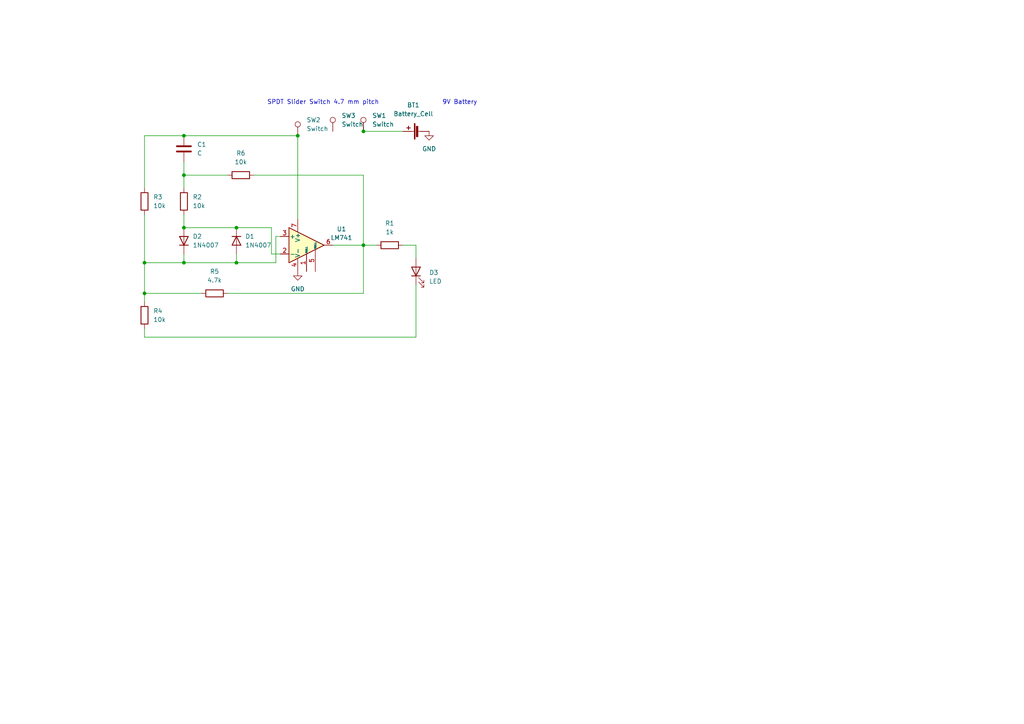
<source format=kicad_sch>
(kicad_sch (version 20211123) (generator eeschema)
  (paper "A4")
  (lib_symbols
    (symbol "Amplifier_Operational:LM741" (pin_names (offset 0.127))
      (property "Reference" "U" (at 0 6.35 0))
      (property "Value" "LM741" (at 0 3.81 0))
      (symbol "LM741_0_1"
        (polyline (pts (xy -5.08 5.08) (xy 5.08 0) (xy -5.08 -5.08) (xy -5.08 5.08)) (stroke (width 0.254)) (fill (type background)))
      )
      (symbol "LM741_1_1"
        (pin input line (at 0 -7.62 90) (length 5.08) (name "NULL") (number "1"))
        (pin input line (at -7.62 -2.54 0) (length 2.54) (name "-") (number "2"))
        (pin input line (at -7.62 2.54 0) (length 2.54) (name "+") (number "3"))
        (pin power_in line (at -2.54 -7.62 90) (length 3.81) (name "V-") (number "4"))
        (pin input line (at 2.54 -7.62 90) (length 6.35) (name "NULL") (number "5"))
        (pin output line (at 7.62 0 180) (length 2.54) (name "~") (number "6"))
        (pin power_in line (at -2.54 7.62 270) (length 3.81) (name "V+") (number "7"))
        (pin no_connect line (at 0 2.54 270) (length 2.54) hide (name "NC") (number "8"))
      )
    )
    (symbol "Connector:TestPoint" (pin_numbers hide) (pin_names (offset 0.762) hide)
      (property "Reference" "TP" (at 0 6.858 0))
      (property "Value" "TestPoint" (at 0 5.08 0))
      (symbol "TestPoint_0_1"
        (circle (center 0 3.302) (radius 0.762))
      )
      (symbol "TestPoint_1_1"
        (pin passive line (at 0 0 90) (length 2.54) (name "1") (number "1"))
      )
    )
    (symbol "Device:Battery_Cell" (pin_numbers hide) (pin_names (offset 0) hide)
      (property "Reference" "BT" (at 2.54 2.54 0))
      (property "Value" "Battery_Cell" (at 2.54 0 0))
      (symbol "Battery_Cell_0_1"
        (rectangle (start -2.286 1.778) (end 2.286 1.524) (fill (type outline)))
        (rectangle (start -1.5748 1.1938) (end 1.4732 0.6858) (fill (type outline)))
        (polyline (pts (xy 0 0.762) (xy 0 0)))
        (polyline (pts (xy 0 1.778) (xy 0 2.54)))
        (polyline (pts (xy 0.508 3.429) (xy 1.524 3.429)) (stroke (width 0.254)))
        (polyline (pts (xy 1.016 3.937) (xy 1.016 2.921)) (stroke (width 0.254)))
      )
      (symbol "Battery_Cell_1_1"
        (pin passive line (at 0 5.08 270) (length 2.54) (name "+") (number "1"))
        (pin passive line (at 0 -2.54 90) (length 2.54) (name "-") (number "2"))
      )
    )
    (symbol "Device:C" (pin_numbers hide) (pin_names (offset 0.254))
      (property "Reference" "C" (at 0.635 2.54 0))
      (property "Value" "C" (at 0.635 -2.54 0))
      (symbol "C_0_1"
        (polyline (pts (xy -2.032 -0.762) (xy 2.032 -0.762)) (stroke (width 0.508)))
        (polyline (pts (xy -2.032 0.762) (xy 2.032 0.762)) (stroke (width 0.508)))
      )
      (symbol "C_1_1"
        (pin passive line (at 0 3.81 270) (length 2.794) (name "~") (number "1"))
        (pin passive line (at 0 -3.81 90) (length 2.794) (name "~") (number "2"))
      )
    )
    (symbol "Device:LED" (pin_numbers hide) (pin_names (offset 1.016) hide)
      (property "Reference" "D" (at 0 2.54 0))
      (property "Value" "LED" (at 0 -2.54 0))
      (symbol "LED_0_1"
        (polyline (pts (xy -1.27 -1.27) (xy -1.27 1.27)) (stroke (width 0.254)))
        (polyline (pts (xy -1.27 0) (xy 1.27 0)))
        (polyline (pts (xy 1.27 -1.27) (xy 1.27 1.27) (xy -1.27 0) (xy 1.27 -1.27)) (stroke (width 0.254)))
        (polyline (pts (xy -3.048 -0.762) (xy -4.572 -2.286) (xy -3.81 -2.286) (xy -4.572 -2.286) (xy -4.572 -1.524)))
        (polyline (pts (xy -1.778 -0.762) (xy -3.302 -2.286) (xy -2.54 -2.286) (xy -3.302 -2.286) (xy -3.302 -1.524)))
      )
      (symbol "LED_1_1"
        (pin passive line (at -3.81 0 0) (length 2.54) (name "K") (number "1"))
        (pin passive line (at 3.81 0 180) (length 2.54) (name "A") (number "2"))
      )
    )
    (symbol "Device:R" (pin_numbers hide) (pin_names (offset 0))
      (property "Reference" "R" (at 2.032 0 90))
      (property "Value" "R" (at 0 0 90))
      (symbol "R_0_1"
        (rectangle (start -1.016 -2.54) (end 1.016 2.54) (stroke (width 0.254)))
      )
      (symbol "R_1_1"
        (pin passive line (at 0 3.81 270) (length 1.27) (name "~") (number "1"))
        (pin passive line (at 0 -3.81 90) (length 1.27) (name "~") (number "2"))
      )
    )
    (symbol "Diode:1N4007" (pin_numbers hide) (pin_names hide)
      (property "Reference" "D" (at 0 2.54 0))
      (property "Value" "1N4007" (at 0 -2.54 0))
      (symbol "1N4007_0_1"
        (polyline (pts (xy -1.27 1.27) (xy -1.27 -1.27)) (stroke (width 0.254)))
        (polyline (pts (xy 1.27 0) (xy -1.27 0)))
        (polyline (pts (xy 1.27 1.27) (xy 1.27 -1.27) (xy -1.27 0) (xy 1.27 1.27)) (stroke (width 0.254)))
      )
      (symbol "1N4007_1_1"
        (pin passive line (at -3.81 0 0) (length 2.54) (name "K") (number "1"))
        (pin passive line (at 3.81 0 180) (length 2.54) (name "A") (number "2"))
      )
    )
    (symbol "power:GND" (power) (pin_names (offset 0))
      (property "Value" "GND" (at 0 -3.81 0))
      (symbol "GND_0_1"
        (polyline (pts (xy 0 0) (xy 0 -1.27) (xy 1.27 -1.27) (xy 0 -2.54) (xy -1.27 -1.27) (xy 0 -1.27)))
      )
      (symbol "GND_1_1"
        (pin power_in line (at 0 0 270) (length 0) hide (name "GND") (number "1"))
      )
    )
  )
  (junction (at 105.41 71.12))
  (junction (at 41.91 76.2))
  (junction (at 53.34 50.8))
  (junction (at 53.34 76.2))
  (junction (at 53.34 39.37))
  (junction (at 105.41 38.1))
  (junction (at 53.34 66.04))
  (junction (at 68.58 66.04))
  (junction (at 86.36 39.37))
  (junction (at 41.91 85.09))
  (junction (at 68.58 76.2))
  (wire (pts (xy 41.91 62.23) (xy 41.91 76.2)))
  (wire (pts (xy 53.34 46.99) (xy 53.34 50.8)))
  (wire (pts (xy 53.34 39.37) (xy 86.36 39.37)))
  (wire (pts (xy 105.41 71.12) (xy 109.22 71.12)))
  (wire (pts (xy 53.34 50.8) (xy 66.04 50.8)))
  (wire (pts (xy 80.01 68.58) (xy 81.28 68.58)))
  (wire (pts (xy 68.58 76.2) (xy 80.01 76.2)))
  (wire (pts (xy 41.91 97.79) (xy 120.65 97.79)))
  (wire (pts (xy 53.34 73.66) (xy 53.34 76.2)))
  (wire (pts (xy 105.41 38.1) (xy 116.84 38.1)))
  (wire (pts (xy 80.01 76.2) (xy 80.01 68.58)))
  (wire (pts (xy 53.34 62.23) (xy 53.34 66.04)))
  (wire (pts (xy 68.58 66.04) (xy 78.74 66.04)))
  (wire (pts (xy 53.34 66.04) (xy 68.58 66.04)))
  (wire (pts (xy 78.74 66.04) (xy 78.74 73.66)))
  (wire (pts (xy 105.41 36.83) (xy 105.41 38.1)))
  (wire (pts (xy 66.04 85.09) (xy 105.41 85.09)))
  (wire (pts (xy 41.91 39.37) (xy 53.34 39.37)))
  (wire (pts (xy 105.41 85.09) (xy 105.41 71.12)))
  (wire (pts (xy 41.91 54.61) (xy 41.91 39.37)))
  (wire (pts (xy 120.65 97.79) (xy 120.65 82.55)))
  (wire (pts (xy 41.91 85.09) (xy 58.42 85.09)))
  (wire (pts (xy 96.52 71.12) (xy 105.41 71.12)))
  (wire (pts (xy 41.91 76.2) (xy 53.34 76.2)))
  (wire (pts (xy 53.34 76.2) (xy 68.58 76.2)))
  (wire (pts (xy 41.91 76.2) (xy 41.91 85.09)))
  (wire (pts (xy 73.66 50.8) (xy 105.41 50.8)))
  (wire (pts (xy 116.84 71.12) (xy 120.65 71.12)))
  (wire (pts (xy 41.91 95.25) (xy 41.91 97.79)))
  (wire (pts (xy 53.34 54.61) (xy 53.34 50.8)))
  (wire (pts (xy 86.36 39.37) (xy 86.36 63.5)))
  (wire (pts (xy 105.41 50.8) (xy 105.41 71.12)))
  (wire (pts (xy 120.65 71.12) (xy 120.65 74.93)))
  (wire (pts (xy 78.74 73.66) (xy 81.28 73.66)))
  (wire (pts (xy 68.58 73.66) (xy 68.58 76.2)))
  (wire (pts (xy 41.91 87.63) (xy 41.91 85.09)))
  (text "SPDT Slider Switch 4.7 mm pitch" (at 77.47 30.48 0) (effects (font (size 1.27 1.27)) (justify left bottom)))
  (text "9V Battery" (at 128.27 30.48 0) (effects (font (size 1.27 1.27)) (justify left bottom)))
  (symbol (lib_id "Device:R") (at 53.34 58.42 0) (unit 1)
    (property "Reference" "R2" (at 55.88 57.1499 0) (effects (justify left)))
    (property "Value" "10k" (at 55.88 59.6899 0) (effects (justify left)))
    (property "Footprint" "Resistor_THT:R_Axial_DIN0411_L9.9mm_D3.6mm_P20.32mm_Horizontal" (effects hide))
  )
  (symbol (lib_id "Device:R") (at 41.91 58.42 0) (unit 1)
    (property "Reference" "R3" (at 44.45 57.1499 0) (effects (justify left)))
    (property "Value" "10k" (at 44.45 59.6899 0) (effects (justify left)))
    (property "Footprint" "Resistor_THT:R_Axial_DIN0411_L9.9mm_D3.6mm_P20.32mm_Horizontal" (effects hide))
  )
  (symbol (lib_id "Device:LED") (at 120.65 78.74 90) (unit 1)
    (property "Reference" "D3" (at 124.46 79.0574 90) (effects (justify right)))
    (property "Value" "LED" (at 124.46 81.5974 90) (effects (justify right)))
    (property "Footprint" "LED_THT:LED_D3.0mm" (effects hide))
  )
  (symbol (lib_id "Device:Battery_Cell") (at 121.92 38.1 90) (unit 1)
    (property "Reference" "BT1" (at 119.888 30.48 90))
    (property "Value" "Battery_Cell" (at 119.888 33.02 90))
    (property "Footprint" "Connector_PinHeader_2.54mm:PinHeader_1x02_P2.54mm_Vertical" (effects hide))
  )
  (symbol (lib_id "Diode:1N4007") (at 68.58 69.85 270) (unit 1)
    (property "Reference" "D1" (at 71.12 68.5799 90) (effects (justify left)))
    (property "Value" "1N4007" (at 71.12 71.1199 90) (effects (justify left)))
    (property "Footprint" "Diode_THT:D_DO-41_SOD81_P10.16mm_Horizontal" (effects hide))
    (property "Datasheet" "http://www.vishay.com/docs/88503/1n4001.pdf" (effects hide))
  )
  (symbol (lib_id "Device:C") (at 53.34 43.18 0) (unit 1)
    (property "Reference" "C1" (at 57.15 41.9099 0) (effects (justify left)))
    (property "Value" "C" (at 57.15 44.4499 0) (effects (justify left)))
    (property "Footprint" "Capacitor_THT:CP_Radial_D8.0mm_P3.50mm" (effects hide))
  )
  (symbol (lib_id "Connector:TestPoint") (at 86.36 39.37 0) (unit 1)
    (property "Reference" "SW2" (at 88.9 34.7979 0) (effects (justify left)))
    (property "Value" "Switch" (at 88.9 37.3379 0) (effects (justify left)))
    (property "Footprint" "Connector_Pin:Pin_D1.0mm_L10.0mm_LooseFit" (effects hide))
  )
  (symbol (lib_id "Device:R") (at 62.23 85.09 90) (unit 1)
    (property "Reference" "R5" (at 62.23 78.74 90))
    (property "Value" "4.7k" (at 62.23 81.28 90))
    (property "Footprint" "Resistor_THT:R_Axial_DIN0411_L9.9mm_D3.6mm_P20.32mm_Horizontal" (effects hide))
  )
  (symbol (lib_id "power:GND") (at 124.46 38.1 0) (unit 1)
    (property "Reference" "#PWR0102" (effects hide))
    (property "Value" "GND" (at 124.46 43.18 0))
  )
  (symbol (lib_id "Device:R") (at 69.85 50.8 90) (unit 1)
    (property "Reference" "R6" (at 69.85 44.45 90))
    (property "Value" "10k" (at 69.85 46.99 90))
    (property "Footprint" "Resistor_THT:R_Axial_DIN0411_L9.9mm_D3.6mm_P20.32mm_Horizontal" (effects hide))
  )
  (symbol (lib_id "Connector:TestPoint") (at 96.52 38.1 0) (unit 1)
    (property "Reference" "SW3" (at 99.06 33.5279 0) (effects (justify left)))
    (property "Value" "Switch" (at 99.06 36.0679 0) (effects (justify left)))
    (property "Footprint" "Connector_Pin:Pin_D1.0mm_L10.0mm_LooseFit" (effects hide))
  )
  (symbol (lib_id "Device:R") (at 41.91 91.44 0) (unit 1)
    (property "Reference" "R4" (at 44.45 90.1699 0) (effects (justify left)))
    (property "Value" "10k" (at 44.45 92.7099 0) (effects (justify left)))
    (property "Footprint" "Resistor_THT:R_Axial_DIN0411_L9.9mm_D3.6mm_P20.32mm_Horizontal" (effects hide))
  )
  (symbol (lib_id "Diode:1N4007") (at 53.34 69.85 90) (unit 1)
    (property "Reference" "D2" (at 55.88 68.5799 90) (effects (justify right)))
    (property "Value" "1N4007" (at 55.88 71.1199 90) (effects (justify right)))
    (property "Footprint" "Diode_THT:D_DO-41_SOD81_P10.16mm_Horizontal" (effects hide))
    (property "Datasheet" "http://www.vishay.com/docs/88503/1n4001.pdf" (effects hide))
  )
  (symbol (lib_id "Amplifier_Operational:LM741") (at 88.9 71.12 0) (unit 1)
    (property "Reference" "U1" (at 99.06 66.421 0))
    (property "Value" "LM741" (at 99.06 68.961 0))
    (property "Footprint" "Package_DIP:DIP-8_W7.62mm_Socket_LongPads" (effects hide))
    (property "Datasheet" "http://www.ti.com/lit/ds/symlink/lm741.pdf" (effects hide))
  )
  (symbol (lib_id "power:GND") (at 86.36 78.74 0) (unit 1)
    (property "Reference" "#PWR0101" (effects hide))
    (property "Value" "GND" (at 86.36 83.82 0))
  )
  (symbol (lib_id "Connector:TestPoint") (at 105.41 38.1 0) (unit 1)
    (property "Reference" "SW1" (at 107.95 33.5279 0) (effects (justify left)))
    (property "Value" "Switch" (at 107.95 36.0679 0) (effects (justify left)))
    (property "Footprint" "Connector_Pin:Pin_D1.0mm_L10.0mm_LooseFit" (effects hide))
  )
  (symbol (lib_id "Device:R") (at 113.03 71.12 90) (unit 1)
    (property "Reference" "R1" (at 113.03 64.77 90))
    (property "Value" "1k" (at 113.03 67.31 90))
    (property "Footprint" "Resistor_THT:R_Axial_DIN0411_L9.9mm_D3.6mm_P20.32mm_Horizontal" (effects hide))
  )
)
</source>
